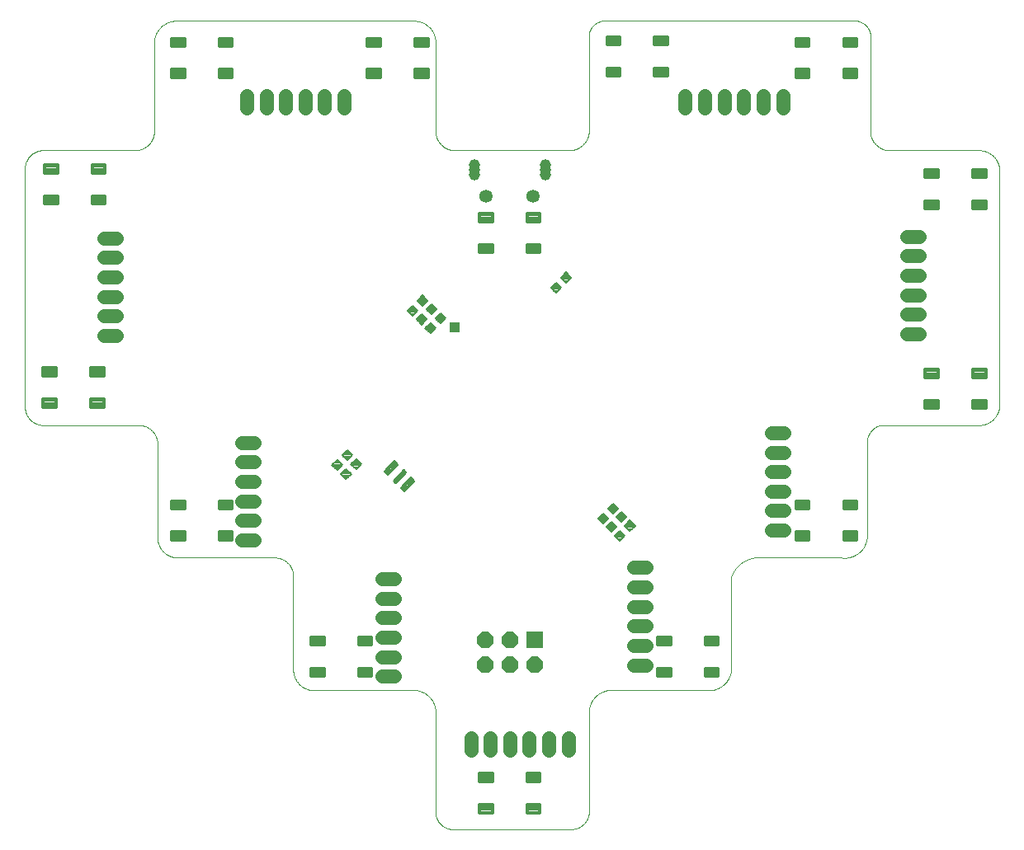
<source format=gbs>
G75*
%MOIN*%
%OFA0B0*%
%FSLAX25Y25*%
%IPPOS*%
%LPD*%
%AMOC8*
5,1,8,0,0,1.08239X$1,22.5*
%
%ADD10C,0.00394*%
%ADD11R,0.06600X0.06600*%
%ADD12OC8,0.06600*%
%ADD13C,0.01481*%
%ADD14C,0.01087*%
%ADD15C,0.00720*%
%ADD16C,0.01361*%
%ADD17C,0.05600*%
%ADD18C,0.05324*%
%ADD19C,0.04600*%
%ADD20R,0.04362X0.04362*%
D10*
X0116898Y0072600D02*
X0116898Y0110443D01*
X0116898Y0110442D02*
X0116906Y0110622D01*
X0116911Y0110802D01*
X0116910Y0110982D01*
X0116906Y0111162D01*
X0116897Y0111342D01*
X0116884Y0111521D01*
X0116866Y0111700D01*
X0116844Y0111879D01*
X0116818Y0112057D01*
X0116787Y0112234D01*
X0116753Y0112411D01*
X0116714Y0112587D01*
X0116670Y0112761D01*
X0116623Y0112935D01*
X0116571Y0113107D01*
X0116515Y0113278D01*
X0116455Y0113448D01*
X0116391Y0113616D01*
X0116323Y0113783D01*
X0116251Y0113948D01*
X0116175Y0114111D01*
X0116095Y0114272D01*
X0116011Y0114431D01*
X0115924Y0114588D01*
X0115832Y0114743D01*
X0115737Y0114896D01*
X0115638Y0115047D01*
X0115536Y0115195D01*
X0115430Y0115340D01*
X0115321Y0115483D01*
X0115208Y0115623D01*
X0115091Y0115760D01*
X0114972Y0115895D01*
X0114849Y0116027D01*
X0114723Y0116155D01*
X0114594Y0116281D01*
X0114462Y0116403D01*
X0114328Y0116522D01*
X0114190Y0116638D01*
X0114050Y0116751D01*
X0113906Y0116860D01*
X0113761Y0116965D01*
X0113612Y0117068D01*
X0113462Y0117166D01*
X0113309Y0117261D01*
X0113154Y0117352D01*
X0112996Y0117439D01*
X0112837Y0117522D01*
X0112675Y0117602D01*
X0112512Y0117678D01*
X0112347Y0117749D01*
X0112180Y0117817D01*
X0112012Y0117881D01*
X0111842Y0117940D01*
X0111671Y0117996D01*
X0111498Y0118047D01*
X0111325Y0118094D01*
X0111150Y0118137D01*
X0110974Y0118175D01*
X0110797Y0118210D01*
X0110620Y0118240D01*
X0110442Y0118266D01*
X0110263Y0118287D01*
X0110084Y0118304D01*
X0109905Y0118317D01*
X0070535Y0118317D01*
X0070534Y0118317D02*
X0070334Y0118312D01*
X0070133Y0118312D01*
X0069932Y0118316D01*
X0069731Y0118326D01*
X0069531Y0118341D01*
X0069331Y0118361D01*
X0069132Y0118385D01*
X0068933Y0118415D01*
X0068735Y0118449D01*
X0068538Y0118488D01*
X0068342Y0118532D01*
X0068148Y0118581D01*
X0067954Y0118634D01*
X0067762Y0118692D01*
X0067571Y0118755D01*
X0067382Y0118823D01*
X0067195Y0118895D01*
X0067009Y0118972D01*
X0066825Y0119053D01*
X0066644Y0119139D01*
X0066464Y0119229D01*
X0066287Y0119324D01*
X0066112Y0119423D01*
X0065940Y0119526D01*
X0065770Y0119634D01*
X0065603Y0119745D01*
X0065439Y0119861D01*
X0065278Y0119980D01*
X0065119Y0120104D01*
X0064964Y0120231D01*
X0064812Y0120362D01*
X0064663Y0120497D01*
X0064518Y0120636D01*
X0064376Y0120778D01*
X0064237Y0120923D01*
X0064102Y0121072D01*
X0063971Y0121224D01*
X0063844Y0121379D01*
X0063720Y0121537D01*
X0063600Y0121699D01*
X0063485Y0121863D01*
X0063373Y0122030D01*
X0063266Y0122199D01*
X0063162Y0122372D01*
X0063063Y0122546D01*
X0062968Y0122723D01*
X0062878Y0122903D01*
X0062792Y0123084D01*
X0062711Y0123268D01*
X0062634Y0123453D01*
X0062562Y0123641D01*
X0062494Y0123830D01*
X0062431Y0124021D01*
X0062372Y0124213D01*
X0062319Y0124406D01*
X0062270Y0124601D01*
X0062226Y0124797D01*
X0062187Y0124994D01*
X0062152Y0125192D01*
X0062123Y0125391D01*
X0062098Y0125590D01*
X0062078Y0125790D01*
X0062064Y0125990D01*
X0062054Y0126191D01*
X0062054Y0164033D01*
X0062054Y0164034D02*
X0062059Y0164217D01*
X0062060Y0164400D01*
X0062056Y0164583D01*
X0062048Y0164766D01*
X0062035Y0164948D01*
X0062018Y0165131D01*
X0061997Y0165313D01*
X0061971Y0165494D01*
X0061941Y0165674D01*
X0061907Y0165854D01*
X0061868Y0166033D01*
X0061825Y0166211D01*
X0061777Y0166388D01*
X0061725Y0166564D01*
X0061670Y0166738D01*
X0061609Y0166911D01*
X0061545Y0167082D01*
X0061477Y0167252D01*
X0061404Y0167420D01*
X0061328Y0167587D01*
X0061247Y0167751D01*
X0061163Y0167914D01*
X0061074Y0168074D01*
X0060982Y0168232D01*
X0060886Y0168388D01*
X0060786Y0168542D01*
X0060683Y0168693D01*
X0060576Y0168841D01*
X0060465Y0168987D01*
X0060351Y0169130D01*
X0060234Y0169271D01*
X0060113Y0169408D01*
X0059988Y0169543D01*
X0059861Y0169674D01*
X0059731Y0169803D01*
X0059597Y0169928D01*
X0059460Y0170050D01*
X0059321Y0170168D01*
X0059179Y0170284D01*
X0059033Y0170395D01*
X0058886Y0170504D01*
X0058735Y0170608D01*
X0058583Y0170709D01*
X0058427Y0170806D01*
X0058270Y0170900D01*
X0058110Y0170989D01*
X0057949Y0171075D01*
X0057785Y0171157D01*
X0057619Y0171235D01*
X0057451Y0171308D01*
X0057282Y0171378D01*
X0057111Y0171444D01*
X0056939Y0171505D01*
X0056765Y0171562D01*
X0056589Y0171615D01*
X0056413Y0171664D01*
X0056235Y0171709D01*
X0056057Y0171749D01*
X0055877Y0171785D01*
X0055697Y0171816D01*
X0055516Y0171843D01*
X0055334Y0171866D01*
X0055152Y0171884D01*
X0054969Y0171898D01*
X0054786Y0171908D01*
X0054787Y0171907D02*
X0015417Y0171907D01*
X0015416Y0171908D02*
X0015235Y0171922D01*
X0015054Y0171941D01*
X0014874Y0171964D01*
X0014695Y0171991D01*
X0014516Y0172023D01*
X0014338Y0172059D01*
X0014161Y0172100D01*
X0013985Y0172145D01*
X0013810Y0172194D01*
X0013636Y0172248D01*
X0013464Y0172305D01*
X0013293Y0172367D01*
X0013124Y0172433D01*
X0012956Y0172504D01*
X0012790Y0172578D01*
X0012627Y0172657D01*
X0012465Y0172739D01*
X0012305Y0172825D01*
X0012147Y0172916D01*
X0011992Y0173010D01*
X0011839Y0173108D01*
X0011688Y0173209D01*
X0011540Y0173314D01*
X0011394Y0173423D01*
X0011252Y0173536D01*
X0011112Y0173652D01*
X0010975Y0173771D01*
X0010841Y0173893D01*
X0010710Y0174019D01*
X0010582Y0174148D01*
X0010457Y0174281D01*
X0010336Y0174416D01*
X0010217Y0174554D01*
X0010103Y0174695D01*
X0009992Y0174838D01*
X0009884Y0174985D01*
X0009780Y0175134D01*
X0009680Y0175285D01*
X0009583Y0175439D01*
X0009491Y0175596D01*
X0009402Y0175754D01*
X0009317Y0175915D01*
X0009236Y0176077D01*
X0009159Y0176242D01*
X0009086Y0176408D01*
X0009017Y0176577D01*
X0008953Y0176746D01*
X0008892Y0176918D01*
X0008836Y0177090D01*
X0008784Y0177265D01*
X0008736Y0177440D01*
X0008693Y0177616D01*
X0008654Y0177794D01*
X0008619Y0177972D01*
X0008589Y0178151D01*
X0008563Y0178331D01*
X0008542Y0178512D01*
X0008525Y0178692D01*
X0008512Y0178874D01*
X0008504Y0179055D01*
X0008500Y0179237D01*
X0008501Y0179419D01*
X0008506Y0179600D01*
X0008516Y0179782D01*
X0008516Y0179781D02*
X0008516Y0275136D01*
X0008516Y0275135D02*
X0008506Y0275314D01*
X0008501Y0275493D01*
X0008500Y0275672D01*
X0008504Y0275851D01*
X0008511Y0276029D01*
X0008523Y0276208D01*
X0008540Y0276386D01*
X0008560Y0276564D01*
X0008585Y0276741D01*
X0008614Y0276917D01*
X0008648Y0277093D01*
X0008685Y0277268D01*
X0008727Y0277442D01*
X0008773Y0277615D01*
X0008823Y0277786D01*
X0008878Y0277957D01*
X0008936Y0278126D01*
X0008999Y0278294D01*
X0009065Y0278460D01*
X0009136Y0278624D01*
X0009211Y0278787D01*
X0009289Y0278947D01*
X0009371Y0279106D01*
X0009457Y0279263D01*
X0009547Y0279418D01*
X0009641Y0279570D01*
X0009738Y0279720D01*
X0009839Y0279868D01*
X0009943Y0280014D01*
X0010051Y0280156D01*
X0010162Y0280296D01*
X0010277Y0280434D01*
X0010395Y0280568D01*
X0010516Y0280700D01*
X0010640Y0280829D01*
X0010768Y0280954D01*
X0010898Y0281077D01*
X0011031Y0281196D01*
X0011167Y0281312D01*
X0011306Y0281425D01*
X0011448Y0281534D01*
X0011592Y0281640D01*
X0011739Y0281743D01*
X0011888Y0281841D01*
X0012039Y0281937D01*
X0012193Y0282028D01*
X0012349Y0282116D01*
X0012507Y0282200D01*
X0012667Y0282280D01*
X0012829Y0282356D01*
X0012992Y0282429D01*
X0013157Y0282497D01*
X0013324Y0282561D01*
X0013493Y0282622D01*
X0013663Y0282678D01*
X0013834Y0282730D01*
X0014006Y0282778D01*
X0014180Y0282822D01*
X0014354Y0282861D01*
X0014530Y0282896D01*
X0014706Y0282928D01*
X0014883Y0282954D01*
X0015060Y0282977D01*
X0015238Y0282995D01*
X0015416Y0283009D01*
X0015417Y0283010D02*
X0052874Y0283010D01*
X0052875Y0283009D02*
X0053065Y0283011D01*
X0053255Y0283018D01*
X0053444Y0283029D01*
X0053634Y0283045D01*
X0053823Y0283065D01*
X0054011Y0283090D01*
X0054199Y0283120D01*
X0054386Y0283154D01*
X0054572Y0283192D01*
X0054757Y0283235D01*
X0054941Y0283283D01*
X0055124Y0283335D01*
X0055306Y0283391D01*
X0055486Y0283452D01*
X0055664Y0283517D01*
X0055841Y0283586D01*
X0056016Y0283660D01*
X0056190Y0283738D01*
X0056361Y0283819D01*
X0056531Y0283906D01*
X0056698Y0283996D01*
X0056863Y0284090D01*
X0057026Y0284188D01*
X0057186Y0284290D01*
X0057344Y0284396D01*
X0057499Y0284506D01*
X0057652Y0284619D01*
X0057802Y0284736D01*
X0057949Y0284857D01*
X0058092Y0284981D01*
X0058233Y0285108D01*
X0058371Y0285239D01*
X0058506Y0285374D01*
X0058637Y0285511D01*
X0058765Y0285652D01*
X0058889Y0285795D01*
X0059010Y0285942D01*
X0059128Y0286091D01*
X0059241Y0286244D01*
X0059351Y0286398D01*
X0059458Y0286556D01*
X0059560Y0286716D01*
X0059659Y0286879D01*
X0059753Y0287044D01*
X0059844Y0287211D01*
X0059930Y0287380D01*
X0060013Y0287551D01*
X0060091Y0287724D01*
X0060165Y0287900D01*
X0060235Y0288076D01*
X0060300Y0288255D01*
X0060361Y0288435D01*
X0060418Y0288616D01*
X0060470Y0288799D01*
X0060518Y0288983D01*
X0060562Y0289168D01*
X0060601Y0289354D01*
X0060635Y0289541D01*
X0060665Y0289728D01*
X0060691Y0289917D01*
X0060711Y0290106D01*
X0060728Y0290295D01*
X0060739Y0290485D01*
X0060746Y0290675D01*
X0060749Y0290865D01*
X0060748Y0290865D02*
X0060748Y0327419D01*
X0060749Y0327419D02*
X0060774Y0327632D01*
X0060805Y0327845D01*
X0060841Y0328056D01*
X0060882Y0328267D01*
X0060928Y0328477D01*
X0060979Y0328685D01*
X0061036Y0328892D01*
X0061097Y0329098D01*
X0061163Y0329302D01*
X0061234Y0329505D01*
X0061310Y0329706D01*
X0061391Y0329904D01*
X0061476Y0330101D01*
X0061567Y0330296D01*
X0061662Y0330488D01*
X0061761Y0330679D01*
X0061865Y0330866D01*
X0061974Y0331051D01*
X0062087Y0331234D01*
X0062205Y0331413D01*
X0062326Y0331590D01*
X0062452Y0331764D01*
X0062582Y0331935D01*
X0062717Y0332102D01*
X0062855Y0332266D01*
X0062997Y0332427D01*
X0063143Y0332584D01*
X0063293Y0332738D01*
X0063446Y0332888D01*
X0063604Y0333034D01*
X0063764Y0333177D01*
X0063928Y0333315D01*
X0064095Y0333450D01*
X0064266Y0333580D01*
X0064439Y0333707D01*
X0064616Y0333829D01*
X0064795Y0333947D01*
X0064977Y0334060D01*
X0065162Y0334169D01*
X0065350Y0334273D01*
X0065540Y0334373D01*
X0065732Y0334469D01*
X0065927Y0334559D01*
X0066123Y0334645D01*
X0066322Y0334726D01*
X0066523Y0334803D01*
X0066725Y0334874D01*
X0066929Y0334941D01*
X0067135Y0335002D01*
X0067342Y0335059D01*
X0067550Y0335110D01*
X0067760Y0335157D01*
X0067970Y0335198D01*
X0068182Y0335234D01*
X0068394Y0335266D01*
X0068607Y0335292D01*
X0068821Y0335313D01*
X0069035Y0335328D01*
X0069249Y0335339D01*
X0069464Y0335344D01*
X0069679Y0335344D01*
X0069893Y0335339D01*
X0070108Y0335329D01*
X0070322Y0335314D01*
X0070535Y0335293D01*
X0165023Y0335293D01*
X0174353Y0327419D02*
X0174353Y0290884D01*
X0174355Y0290693D01*
X0174362Y0290503D01*
X0174374Y0290312D01*
X0174390Y0290122D01*
X0174411Y0289933D01*
X0174436Y0289744D01*
X0174466Y0289555D01*
X0174500Y0289368D01*
X0174539Y0289181D01*
X0174582Y0288995D01*
X0174630Y0288810D01*
X0174683Y0288627D01*
X0174739Y0288445D01*
X0174800Y0288264D01*
X0174866Y0288085D01*
X0174936Y0287908D01*
X0175010Y0287732D01*
X0175088Y0287558D01*
X0175171Y0287386D01*
X0175257Y0287216D01*
X0175348Y0287048D01*
X0175442Y0286883D01*
X0175541Y0286719D01*
X0175644Y0286559D01*
X0175750Y0286400D01*
X0175860Y0286245D01*
X0175974Y0286092D01*
X0176092Y0285942D01*
X0176213Y0285794D01*
X0176338Y0285650D01*
X0176466Y0285509D01*
X0176598Y0285371D01*
X0176733Y0285236D01*
X0176871Y0285104D01*
X0177012Y0284976D01*
X0177156Y0284851D01*
X0177304Y0284730D01*
X0177454Y0284612D01*
X0177607Y0284498D01*
X0177762Y0284388D01*
X0177921Y0284282D01*
X0178081Y0284179D01*
X0178245Y0284080D01*
X0178410Y0283986D01*
X0178578Y0283895D01*
X0178748Y0283809D01*
X0178920Y0283726D01*
X0179094Y0283648D01*
X0179270Y0283574D01*
X0179447Y0283504D01*
X0179626Y0283438D01*
X0179807Y0283377D01*
X0179989Y0283321D01*
X0180172Y0283268D01*
X0180357Y0283220D01*
X0180543Y0283177D01*
X0180730Y0283138D01*
X0180917Y0283104D01*
X0181106Y0283074D01*
X0181295Y0283049D01*
X0181484Y0283028D01*
X0181674Y0283012D01*
X0181865Y0283000D01*
X0182055Y0282993D01*
X0182246Y0282991D01*
X0228015Y0282991D01*
X0228015Y0282990D02*
X0228215Y0282987D01*
X0228414Y0282989D01*
X0228614Y0282995D01*
X0228813Y0283006D01*
X0229012Y0283023D01*
X0229211Y0283044D01*
X0229408Y0283070D01*
X0229606Y0283101D01*
X0229802Y0283136D01*
X0229997Y0283177D01*
X0230192Y0283222D01*
X0230385Y0283272D01*
X0230577Y0283327D01*
X0230767Y0283386D01*
X0230956Y0283450D01*
X0231144Y0283519D01*
X0231330Y0283592D01*
X0231513Y0283670D01*
X0231695Y0283752D01*
X0231875Y0283839D01*
X0232052Y0283930D01*
X0232228Y0284026D01*
X0232401Y0284125D01*
X0232571Y0284229D01*
X0232739Y0284337D01*
X0232904Y0284450D01*
X0233066Y0284566D01*
X0233225Y0284686D01*
X0233382Y0284810D01*
X0233535Y0284938D01*
X0233685Y0285069D01*
X0233832Y0285205D01*
X0233976Y0285343D01*
X0234116Y0285486D01*
X0234252Y0285631D01*
X0234385Y0285780D01*
X0234514Y0285932D01*
X0234640Y0286087D01*
X0234761Y0286246D01*
X0234879Y0286407D01*
X0234992Y0286571D01*
X0235102Y0286738D01*
X0235207Y0286907D01*
X0235309Y0287079D01*
X0235406Y0287254D01*
X0235498Y0287430D01*
X0235587Y0287609D01*
X0235671Y0287791D01*
X0235750Y0287974D01*
X0235825Y0288159D01*
X0235895Y0288345D01*
X0235961Y0288534D01*
X0236022Y0288724D01*
X0236079Y0288915D01*
X0236130Y0289108D01*
X0236177Y0289302D01*
X0236220Y0289497D01*
X0236257Y0289693D01*
X0236290Y0289890D01*
X0236317Y0290088D01*
X0236340Y0290286D01*
X0236358Y0290485D01*
X0236371Y0290684D01*
X0236380Y0290883D01*
X0236379Y0290884D02*
X0236379Y0330235D01*
X0236414Y0330391D01*
X0236454Y0330546D01*
X0236498Y0330700D01*
X0236545Y0330853D01*
X0236595Y0331004D01*
X0236650Y0331155D01*
X0236708Y0331304D01*
X0236770Y0331451D01*
X0236835Y0331597D01*
X0236903Y0331742D01*
X0236976Y0331884D01*
X0237051Y0332025D01*
X0237130Y0332164D01*
X0237212Y0332302D01*
X0237298Y0332437D01*
X0237387Y0332570D01*
X0237479Y0332700D01*
X0237574Y0332829D01*
X0237672Y0332955D01*
X0237774Y0333079D01*
X0237878Y0333200D01*
X0237985Y0333319D01*
X0238095Y0333435D01*
X0238208Y0333549D01*
X0238323Y0333659D01*
X0238441Y0333767D01*
X0238562Y0333872D01*
X0238685Y0333974D01*
X0238811Y0334073D01*
X0238939Y0334169D01*
X0239069Y0334262D01*
X0239201Y0334352D01*
X0239336Y0334438D01*
X0239472Y0334521D01*
X0239611Y0334601D01*
X0239751Y0334677D01*
X0239894Y0334750D01*
X0240038Y0334820D01*
X0240183Y0334886D01*
X0240331Y0334949D01*
X0240479Y0335008D01*
X0240629Y0335063D01*
X0240781Y0335115D01*
X0240933Y0335163D01*
X0241087Y0335207D01*
X0241241Y0335248D01*
X0241397Y0335285D01*
X0241553Y0335318D01*
X0241711Y0335347D01*
X0241869Y0335373D01*
X0242027Y0335394D01*
X0242186Y0335412D01*
X0242345Y0335426D01*
X0242505Y0335436D01*
X0242665Y0335443D01*
X0242825Y0335445D01*
X0242985Y0335444D01*
X0243144Y0335438D01*
X0243304Y0335429D01*
X0243463Y0335416D01*
X0243622Y0335399D01*
X0243781Y0335378D01*
X0243939Y0335354D01*
X0244096Y0335326D01*
X0244253Y0335293D01*
X0342110Y0335293D01*
X0342267Y0335326D01*
X0342424Y0335354D01*
X0342582Y0335378D01*
X0342741Y0335399D01*
X0342900Y0335416D01*
X0343059Y0335429D01*
X0343219Y0335438D01*
X0343378Y0335444D01*
X0343538Y0335445D01*
X0343698Y0335443D01*
X0343858Y0335436D01*
X0344018Y0335426D01*
X0344177Y0335412D01*
X0344336Y0335394D01*
X0344494Y0335373D01*
X0344652Y0335347D01*
X0344810Y0335318D01*
X0344966Y0335285D01*
X0345122Y0335248D01*
X0345276Y0335207D01*
X0345430Y0335163D01*
X0345582Y0335115D01*
X0345734Y0335063D01*
X0345884Y0335008D01*
X0346032Y0334949D01*
X0346180Y0334886D01*
X0346325Y0334820D01*
X0346469Y0334750D01*
X0346612Y0334677D01*
X0346752Y0334601D01*
X0346891Y0334521D01*
X0347027Y0334438D01*
X0347162Y0334352D01*
X0347294Y0334262D01*
X0347424Y0334169D01*
X0347552Y0334073D01*
X0347678Y0333974D01*
X0347801Y0333872D01*
X0347922Y0333767D01*
X0348040Y0333659D01*
X0348155Y0333549D01*
X0348268Y0333435D01*
X0348378Y0333319D01*
X0348485Y0333200D01*
X0348589Y0333079D01*
X0348691Y0332955D01*
X0348789Y0332829D01*
X0348884Y0332700D01*
X0348976Y0332570D01*
X0349065Y0332437D01*
X0349151Y0332302D01*
X0349233Y0332164D01*
X0349312Y0332025D01*
X0349387Y0331884D01*
X0349460Y0331742D01*
X0349528Y0331597D01*
X0349593Y0331451D01*
X0349655Y0331304D01*
X0349713Y0331155D01*
X0349768Y0331004D01*
X0349818Y0330853D01*
X0349865Y0330700D01*
X0349909Y0330546D01*
X0349949Y0330391D01*
X0349984Y0330235D01*
X0349984Y0290865D01*
X0349987Y0290675D01*
X0349994Y0290485D01*
X0350005Y0290295D01*
X0350022Y0290106D01*
X0350042Y0289917D01*
X0350068Y0289728D01*
X0350098Y0289541D01*
X0350132Y0289354D01*
X0350171Y0289168D01*
X0350215Y0288983D01*
X0350263Y0288799D01*
X0350315Y0288616D01*
X0350372Y0288435D01*
X0350433Y0288255D01*
X0350498Y0288076D01*
X0350568Y0287900D01*
X0350642Y0287724D01*
X0350720Y0287551D01*
X0350803Y0287380D01*
X0350889Y0287211D01*
X0350980Y0287044D01*
X0351074Y0286879D01*
X0351173Y0286716D01*
X0351275Y0286556D01*
X0351382Y0286398D01*
X0351492Y0286244D01*
X0351605Y0286091D01*
X0351723Y0285942D01*
X0351844Y0285795D01*
X0351968Y0285652D01*
X0352096Y0285511D01*
X0352227Y0285374D01*
X0352362Y0285239D01*
X0352500Y0285108D01*
X0352641Y0284981D01*
X0352784Y0284857D01*
X0352931Y0284736D01*
X0353081Y0284619D01*
X0353234Y0284506D01*
X0353389Y0284396D01*
X0353547Y0284290D01*
X0353707Y0284188D01*
X0353870Y0284090D01*
X0354035Y0283996D01*
X0354202Y0283906D01*
X0354372Y0283819D01*
X0354543Y0283738D01*
X0354717Y0283660D01*
X0354892Y0283586D01*
X0355069Y0283517D01*
X0355247Y0283452D01*
X0355427Y0283391D01*
X0355609Y0283335D01*
X0355792Y0283283D01*
X0355976Y0283235D01*
X0356161Y0283192D01*
X0356347Y0283154D01*
X0356534Y0283120D01*
X0356722Y0283090D01*
X0356910Y0283065D01*
X0357099Y0283045D01*
X0357289Y0283029D01*
X0357478Y0283018D01*
X0357668Y0283011D01*
X0357858Y0283009D01*
X0357858Y0283010D02*
X0393369Y0283010D01*
X0393572Y0283019D01*
X0393774Y0283024D01*
X0393976Y0283023D01*
X0394179Y0283018D01*
X0394381Y0283008D01*
X0394582Y0282992D01*
X0394784Y0282972D01*
X0394985Y0282948D01*
X0395185Y0282918D01*
X0395384Y0282883D01*
X0395583Y0282844D01*
X0395780Y0282800D01*
X0395977Y0282751D01*
X0396172Y0282697D01*
X0396366Y0282639D01*
X0396558Y0282576D01*
X0396749Y0282509D01*
X0396938Y0282436D01*
X0397125Y0282360D01*
X0397311Y0282278D01*
X0397494Y0282193D01*
X0397675Y0282103D01*
X0397854Y0282008D01*
X0398031Y0281909D01*
X0398205Y0281806D01*
X0398377Y0281699D01*
X0398546Y0281588D01*
X0398712Y0281472D01*
X0398875Y0281353D01*
X0399036Y0281230D01*
X0399194Y0281103D01*
X0399348Y0280972D01*
X0399499Y0280837D01*
X0399647Y0280699D01*
X0399791Y0280558D01*
X0399933Y0280412D01*
X0400070Y0280264D01*
X0400204Y0280112D01*
X0400334Y0279957D01*
X0400460Y0279799D01*
X0400583Y0279638D01*
X0400701Y0279474D01*
X0400816Y0279307D01*
X0400927Y0279138D01*
X0401033Y0278965D01*
X0401135Y0278791D01*
X0401233Y0278614D01*
X0401327Y0278434D01*
X0401416Y0278253D01*
X0401501Y0278069D01*
X0401581Y0277883D01*
X0401657Y0277695D01*
X0401729Y0277506D01*
X0401795Y0277315D01*
X0401857Y0277122D01*
X0401915Y0276928D01*
X0401968Y0276733D01*
X0402016Y0276536D01*
X0402059Y0276339D01*
X0402097Y0276140D01*
X0402131Y0275940D01*
X0402160Y0275740D01*
X0402184Y0275539D01*
X0402203Y0275338D01*
X0402217Y0275136D01*
X0402217Y0179781D01*
X0402203Y0179579D01*
X0402184Y0179378D01*
X0402160Y0179177D01*
X0402131Y0178977D01*
X0402097Y0178777D01*
X0402059Y0178578D01*
X0402016Y0178381D01*
X0401968Y0178184D01*
X0401915Y0177989D01*
X0401857Y0177795D01*
X0401795Y0177602D01*
X0401729Y0177411D01*
X0401657Y0177222D01*
X0401581Y0177034D01*
X0401501Y0176848D01*
X0401416Y0176664D01*
X0401327Y0176483D01*
X0401233Y0176303D01*
X0401135Y0176126D01*
X0401033Y0175952D01*
X0400927Y0175779D01*
X0400816Y0175610D01*
X0400701Y0175443D01*
X0400583Y0175279D01*
X0400460Y0175118D01*
X0400334Y0174960D01*
X0400204Y0174805D01*
X0400070Y0174653D01*
X0399933Y0174505D01*
X0399791Y0174359D01*
X0399647Y0174218D01*
X0399499Y0174080D01*
X0399348Y0173945D01*
X0399194Y0173814D01*
X0399036Y0173687D01*
X0398875Y0173564D01*
X0398712Y0173445D01*
X0398546Y0173329D01*
X0398377Y0173218D01*
X0398205Y0173111D01*
X0398031Y0173008D01*
X0397854Y0172909D01*
X0397675Y0172814D01*
X0397494Y0172724D01*
X0397311Y0172639D01*
X0397125Y0172557D01*
X0396938Y0172481D01*
X0396749Y0172408D01*
X0396558Y0172341D01*
X0396366Y0172278D01*
X0396172Y0172220D01*
X0395977Y0172166D01*
X0395780Y0172117D01*
X0395583Y0172073D01*
X0395384Y0172034D01*
X0395185Y0171999D01*
X0394985Y0171969D01*
X0394784Y0171945D01*
X0394582Y0171925D01*
X0394381Y0171909D01*
X0394179Y0171899D01*
X0393976Y0171894D01*
X0393774Y0171893D01*
X0393572Y0171898D01*
X0393369Y0171907D01*
X0353999Y0171907D01*
X0353826Y0171855D01*
X0353654Y0171799D01*
X0353483Y0171739D01*
X0353314Y0171675D01*
X0353146Y0171606D01*
X0352981Y0171533D01*
X0352817Y0171456D01*
X0352654Y0171376D01*
X0352494Y0171291D01*
X0352336Y0171203D01*
X0352181Y0171110D01*
X0352027Y0171014D01*
X0351876Y0170914D01*
X0351728Y0170810D01*
X0351582Y0170703D01*
X0351439Y0170592D01*
X0351298Y0170478D01*
X0351161Y0170361D01*
X0351026Y0170240D01*
X0350894Y0170115D01*
X0350765Y0169988D01*
X0350640Y0169857D01*
X0350518Y0169724D01*
X0350399Y0169587D01*
X0350283Y0169448D01*
X0350171Y0169306D01*
X0350062Y0169161D01*
X0349957Y0169013D01*
X0349856Y0168863D01*
X0349758Y0168711D01*
X0349664Y0168556D01*
X0349574Y0168399D01*
X0349488Y0168240D01*
X0349406Y0168079D01*
X0349328Y0167915D01*
X0349253Y0167750D01*
X0349183Y0167583D01*
X0349117Y0167415D01*
X0349055Y0167245D01*
X0348997Y0167073D01*
X0348944Y0166900D01*
X0348894Y0166726D01*
X0348849Y0166550D01*
X0348809Y0166374D01*
X0348772Y0166197D01*
X0348740Y0166018D01*
X0348712Y0165839D01*
X0348689Y0165660D01*
X0348670Y0165480D01*
X0348656Y0165299D01*
X0348646Y0165118D01*
X0348640Y0164937D01*
X0348639Y0164756D01*
X0348642Y0164575D01*
X0348650Y0164394D01*
X0348662Y0164214D01*
X0348679Y0164034D01*
X0348679Y0164033D02*
X0348679Y0126191D01*
X0348678Y0126190D02*
X0348645Y0125970D01*
X0348606Y0125750D01*
X0348562Y0125531D01*
X0348512Y0125313D01*
X0348458Y0125097D01*
X0348398Y0124882D01*
X0348333Y0124668D01*
X0348263Y0124456D01*
X0348187Y0124246D01*
X0348107Y0124038D01*
X0348022Y0123831D01*
X0347931Y0123627D01*
X0347836Y0123425D01*
X0347736Y0123226D01*
X0347631Y0123029D01*
X0347521Y0122834D01*
X0347407Y0122642D01*
X0347288Y0122453D01*
X0347165Y0122267D01*
X0347037Y0122084D01*
X0346905Y0121904D01*
X0346768Y0121728D01*
X0346627Y0121554D01*
X0346482Y0121385D01*
X0346333Y0121218D01*
X0346180Y0121056D01*
X0346024Y0120897D01*
X0345863Y0120742D01*
X0345699Y0120591D01*
X0345531Y0120444D01*
X0345359Y0120301D01*
X0345184Y0120162D01*
X0345006Y0120027D01*
X0344825Y0119897D01*
X0344640Y0119771D01*
X0344453Y0119650D01*
X0344263Y0119533D01*
X0344069Y0119421D01*
X0343874Y0119314D01*
X0343675Y0119211D01*
X0343475Y0119113D01*
X0343272Y0119020D01*
X0343066Y0118932D01*
X0342859Y0118849D01*
X0342650Y0118771D01*
X0342439Y0118699D01*
X0342226Y0118631D01*
X0342012Y0118568D01*
X0341796Y0118511D01*
X0341579Y0118459D01*
X0341361Y0118412D01*
X0341142Y0118370D01*
X0340921Y0118334D01*
X0340700Y0118303D01*
X0340478Y0118277D01*
X0340256Y0118257D01*
X0340033Y0118242D01*
X0339810Y0118232D01*
X0339587Y0118228D01*
X0339364Y0118229D01*
X0339141Y0118236D01*
X0338918Y0118248D01*
X0338695Y0118266D01*
X0338473Y0118288D01*
X0338251Y0118317D01*
X0306755Y0118317D01*
X0306470Y0118357D01*
X0306183Y0118390D01*
X0305896Y0118416D01*
X0305609Y0118435D01*
X0305320Y0118446D01*
X0305032Y0118451D01*
X0304744Y0118448D01*
X0304456Y0118439D01*
X0304168Y0118422D01*
X0303881Y0118399D01*
X0303594Y0118368D01*
X0303308Y0118331D01*
X0303023Y0118286D01*
X0302740Y0118234D01*
X0302457Y0118176D01*
X0302176Y0118111D01*
X0301897Y0118038D01*
X0301620Y0117959D01*
X0301345Y0117873D01*
X0301072Y0117781D01*
X0300801Y0117682D01*
X0300533Y0117576D01*
X0300267Y0117463D01*
X0300005Y0117344D01*
X0299745Y0117219D01*
X0299489Y0117088D01*
X0299235Y0116950D01*
X0298985Y0116806D01*
X0298739Y0116656D01*
X0298497Y0116500D01*
X0298258Y0116338D01*
X0298024Y0116170D01*
X0297793Y0115997D01*
X0297567Y0115818D01*
X0297346Y0115633D01*
X0297129Y0115444D01*
X0296917Y0115248D01*
X0296709Y0115048D01*
X0296507Y0114843D01*
X0296309Y0114633D01*
X0296117Y0114418D01*
X0295930Y0114198D01*
X0295749Y0113974D01*
X0295573Y0113746D01*
X0295403Y0113513D01*
X0295238Y0113276D01*
X0295080Y0113036D01*
X0294927Y0112791D01*
X0294780Y0112543D01*
X0294640Y0112291D01*
X0294506Y0112036D01*
X0294378Y0111778D01*
X0294256Y0111516D01*
X0294141Y0111252D01*
X0294032Y0110985D01*
X0293930Y0110715D01*
X0293834Y0110443D01*
X0293835Y0110443D02*
X0293835Y0072600D01*
X0293798Y0072376D01*
X0293756Y0072153D01*
X0293708Y0071931D01*
X0293655Y0071710D01*
X0293597Y0071491D01*
X0293533Y0071273D01*
X0293464Y0071057D01*
X0293390Y0070842D01*
X0293311Y0070629D01*
X0293227Y0070419D01*
X0293137Y0070210D01*
X0293043Y0070003D01*
X0292944Y0069799D01*
X0292839Y0069598D01*
X0292730Y0069399D01*
X0292616Y0069202D01*
X0292498Y0069009D01*
X0292374Y0068818D01*
X0292246Y0068630D01*
X0292114Y0068446D01*
X0291977Y0068265D01*
X0291836Y0068087D01*
X0291691Y0067912D01*
X0291541Y0067741D01*
X0291388Y0067574D01*
X0291230Y0067411D01*
X0291069Y0067251D01*
X0290903Y0067096D01*
X0290734Y0066944D01*
X0290562Y0066797D01*
X0290386Y0066653D01*
X0290206Y0066515D01*
X0290023Y0066380D01*
X0289837Y0066250D01*
X0289648Y0066124D01*
X0289456Y0066003D01*
X0289261Y0065887D01*
X0289063Y0065776D01*
X0288863Y0065669D01*
X0288660Y0065567D01*
X0288454Y0065470D01*
X0288247Y0065378D01*
X0288037Y0065291D01*
X0287825Y0065209D01*
X0287612Y0065133D01*
X0287396Y0065061D01*
X0287179Y0064995D01*
X0286960Y0064934D01*
X0286740Y0064879D01*
X0286519Y0064828D01*
X0286296Y0064783D01*
X0286073Y0064744D01*
X0285848Y0064710D01*
X0285623Y0064681D01*
X0285397Y0064658D01*
X0285171Y0064640D01*
X0284944Y0064627D01*
X0284717Y0064621D01*
X0284490Y0064619D01*
X0284263Y0064623D01*
X0284036Y0064633D01*
X0283810Y0064648D01*
X0283584Y0064669D01*
X0283358Y0064695D01*
X0283133Y0064726D01*
X0244253Y0064726D01*
X0244253Y0064725D02*
X0244037Y0064696D01*
X0243821Y0064662D01*
X0243606Y0064622D01*
X0243392Y0064577D01*
X0243179Y0064527D01*
X0242968Y0064472D01*
X0242758Y0064411D01*
X0242549Y0064346D01*
X0242342Y0064276D01*
X0242137Y0064200D01*
X0241934Y0064120D01*
X0241732Y0064035D01*
X0241533Y0063945D01*
X0241336Y0063850D01*
X0241142Y0063751D01*
X0240949Y0063646D01*
X0240760Y0063538D01*
X0240573Y0063424D01*
X0240389Y0063306D01*
X0240208Y0063184D01*
X0240030Y0063058D01*
X0239854Y0062927D01*
X0239683Y0062792D01*
X0239514Y0062652D01*
X0239349Y0062509D01*
X0239187Y0062362D01*
X0239029Y0062211D01*
X0238875Y0062056D01*
X0238724Y0061898D01*
X0238578Y0061736D01*
X0238435Y0061570D01*
X0238296Y0061401D01*
X0238162Y0061229D01*
X0238031Y0061054D01*
X0237905Y0060875D01*
X0237784Y0060693D01*
X0237666Y0060509D01*
X0237554Y0060322D01*
X0237445Y0060132D01*
X0237342Y0059939D01*
X0237243Y0059745D01*
X0237149Y0059547D01*
X0237059Y0059348D01*
X0236975Y0059146D01*
X0236895Y0058943D01*
X0236820Y0058737D01*
X0236751Y0058530D01*
X0236686Y0058321D01*
X0236626Y0058111D01*
X0236572Y0057899D01*
X0236522Y0057687D01*
X0236478Y0057472D01*
X0236439Y0057257D01*
X0236405Y0057041D01*
X0236376Y0056825D01*
X0236353Y0056607D01*
X0236335Y0056390D01*
X0236322Y0056171D01*
X0236314Y0055953D01*
X0236312Y0055734D01*
X0236315Y0055516D01*
X0236323Y0055297D01*
X0236337Y0055079D01*
X0236356Y0054862D01*
X0236380Y0054644D01*
X0236379Y0054645D02*
X0236379Y0015275D01*
X0236380Y0015275D02*
X0236364Y0015098D01*
X0236344Y0014922D01*
X0236320Y0014746D01*
X0236291Y0014571D01*
X0236259Y0014397D01*
X0236222Y0014224D01*
X0236181Y0014051D01*
X0236136Y0013880D01*
X0236086Y0013710D01*
X0236033Y0013541D01*
X0235975Y0013373D01*
X0235914Y0013207D01*
X0235848Y0013042D01*
X0235779Y0012879D01*
X0235706Y0012718D01*
X0235628Y0012558D01*
X0235547Y0012400D01*
X0235462Y0012245D01*
X0235374Y0012091D01*
X0235281Y0011940D01*
X0235185Y0011791D01*
X0235086Y0011644D01*
X0234983Y0011500D01*
X0234876Y0011358D01*
X0234767Y0011219D01*
X0234653Y0011083D01*
X0234537Y0010949D01*
X0234417Y0010818D01*
X0234294Y0010691D01*
X0234169Y0010566D01*
X0234040Y0010444D01*
X0233908Y0010325D01*
X0233774Y0010210D01*
X0233636Y0010098D01*
X0233496Y0009989D01*
X0233354Y0009884D01*
X0233209Y0009782D01*
X0233061Y0009684D01*
X0232911Y0009589D01*
X0232759Y0009498D01*
X0232605Y0009410D01*
X0232449Y0009327D01*
X0232291Y0009247D01*
X0232130Y0009171D01*
X0231969Y0009099D01*
X0231805Y0009031D01*
X0231640Y0008966D01*
X0231473Y0008906D01*
X0231305Y0008850D01*
X0231135Y0008798D01*
X0230965Y0008750D01*
X0230793Y0008706D01*
X0230620Y0008667D01*
X0230447Y0008631D01*
X0230272Y0008600D01*
X0230097Y0008573D01*
X0229921Y0008550D01*
X0229745Y0008531D01*
X0229568Y0008517D01*
X0229391Y0008507D01*
X0229214Y0008501D01*
X0229037Y0008500D01*
X0228860Y0008503D01*
X0228682Y0008510D01*
X0228506Y0008521D01*
X0228505Y0008521D02*
X0180771Y0008521D01*
X0180598Y0008541D01*
X0180426Y0008565D01*
X0180255Y0008593D01*
X0180085Y0008625D01*
X0179915Y0008661D01*
X0179746Y0008701D01*
X0179578Y0008746D01*
X0179411Y0008794D01*
X0179246Y0008846D01*
X0179082Y0008903D01*
X0178919Y0008963D01*
X0178758Y0009028D01*
X0178598Y0009096D01*
X0178440Y0009168D01*
X0178284Y0009244D01*
X0178130Y0009323D01*
X0177978Y0009406D01*
X0177827Y0009493D01*
X0177679Y0009584D01*
X0177533Y0009678D01*
X0177390Y0009776D01*
X0177249Y0009877D01*
X0177110Y0009981D01*
X0176974Y0010089D01*
X0176840Y0010200D01*
X0176710Y0010314D01*
X0176582Y0010431D01*
X0176457Y0010551D01*
X0176334Y0010675D01*
X0176215Y0010801D01*
X0176099Y0010930D01*
X0175986Y0011062D01*
X0175877Y0011197D01*
X0175770Y0011334D01*
X0175667Y0011473D01*
X0175568Y0011616D01*
X0175471Y0011760D01*
X0175379Y0011907D01*
X0175290Y0012056D01*
X0175204Y0012207D01*
X0175123Y0012360D01*
X0175044Y0012515D01*
X0174970Y0012672D01*
X0174900Y0012831D01*
X0174833Y0012991D01*
X0174770Y0013153D01*
X0174712Y0013316D01*
X0174657Y0013481D01*
X0174606Y0013647D01*
X0174559Y0013814D01*
X0174516Y0013982D01*
X0174478Y0014151D01*
X0174443Y0014321D01*
X0174413Y0014492D01*
X0174386Y0014664D01*
X0174364Y0014836D01*
X0174346Y0015009D01*
X0174332Y0015182D01*
X0174323Y0015355D01*
X0174317Y0015529D01*
X0174316Y0015702D01*
X0174319Y0015876D01*
X0174326Y0016049D01*
X0174337Y0016222D01*
X0174353Y0016395D01*
X0174353Y0054645D01*
X0174353Y0054644D02*
X0174377Y0054862D01*
X0174396Y0055079D01*
X0174410Y0055297D01*
X0174418Y0055516D01*
X0174421Y0055734D01*
X0174419Y0055953D01*
X0174411Y0056171D01*
X0174398Y0056390D01*
X0174380Y0056607D01*
X0174357Y0056825D01*
X0174328Y0057041D01*
X0174294Y0057257D01*
X0174255Y0057472D01*
X0174211Y0057687D01*
X0174161Y0057899D01*
X0174107Y0058111D01*
X0174047Y0058321D01*
X0173982Y0058530D01*
X0173913Y0058737D01*
X0173838Y0058943D01*
X0173758Y0059146D01*
X0173674Y0059348D01*
X0173584Y0059547D01*
X0173490Y0059745D01*
X0173391Y0059939D01*
X0173288Y0060132D01*
X0173179Y0060322D01*
X0173067Y0060509D01*
X0172949Y0060693D01*
X0172828Y0060875D01*
X0172702Y0061054D01*
X0172571Y0061229D01*
X0172437Y0061401D01*
X0172298Y0061570D01*
X0172155Y0061736D01*
X0172009Y0061898D01*
X0171858Y0062056D01*
X0171704Y0062211D01*
X0171546Y0062362D01*
X0171384Y0062509D01*
X0171219Y0062652D01*
X0171050Y0062792D01*
X0170879Y0062927D01*
X0170703Y0063058D01*
X0170525Y0063184D01*
X0170344Y0063306D01*
X0170160Y0063424D01*
X0169973Y0063538D01*
X0169784Y0063646D01*
X0169591Y0063751D01*
X0169397Y0063850D01*
X0169200Y0063945D01*
X0169001Y0064035D01*
X0168799Y0064120D01*
X0168596Y0064200D01*
X0168391Y0064276D01*
X0168184Y0064346D01*
X0167975Y0064411D01*
X0167765Y0064472D01*
X0167554Y0064527D01*
X0167341Y0064577D01*
X0167127Y0064622D01*
X0166912Y0064662D01*
X0166696Y0064696D01*
X0166480Y0064725D01*
X0166479Y0064726D02*
X0125653Y0064726D01*
X0125652Y0064727D02*
X0125451Y0064718D01*
X0125250Y0064715D01*
X0125049Y0064717D01*
X0124848Y0064723D01*
X0124647Y0064734D01*
X0124447Y0064750D01*
X0124246Y0064771D01*
X0124047Y0064797D01*
X0123848Y0064827D01*
X0123650Y0064863D01*
X0123453Y0064903D01*
X0123257Y0064948D01*
X0123062Y0064997D01*
X0122868Y0065052D01*
X0122676Y0065111D01*
X0122485Y0065174D01*
X0122295Y0065243D01*
X0122108Y0065315D01*
X0121922Y0065393D01*
X0121738Y0065474D01*
X0121556Y0065560D01*
X0121377Y0065651D01*
X0121199Y0065746D01*
X0121024Y0065845D01*
X0120851Y0065948D01*
X0120681Y0066056D01*
X0120514Y0066167D01*
X0120349Y0066283D01*
X0120187Y0066402D01*
X0120028Y0066526D01*
X0119872Y0066653D01*
X0119720Y0066784D01*
X0119570Y0066918D01*
X0119424Y0067056D01*
X0119281Y0067198D01*
X0119141Y0067343D01*
X0119005Y0067491D01*
X0118873Y0067643D01*
X0118744Y0067798D01*
X0118620Y0067955D01*
X0118499Y0068116D01*
X0118382Y0068280D01*
X0118269Y0068446D01*
X0118160Y0068615D01*
X0118055Y0068787D01*
X0117954Y0068961D01*
X0117858Y0069138D01*
X0117765Y0069317D01*
X0117678Y0069498D01*
X0117594Y0069681D01*
X0117515Y0069866D01*
X0117441Y0070053D01*
X0117371Y0070241D01*
X0117305Y0070432D01*
X0117245Y0070624D01*
X0117189Y0070817D01*
X0117137Y0071011D01*
X0117090Y0071207D01*
X0117049Y0071404D01*
X0117011Y0071602D01*
X0116979Y0071800D01*
X0116951Y0071999D01*
X0116929Y0072199D01*
X0116911Y0072400D01*
X0116898Y0072601D01*
X0174353Y0327419D02*
X0174333Y0327627D01*
X0174308Y0327834D01*
X0174278Y0328040D01*
X0174243Y0328246D01*
X0174203Y0328451D01*
X0174158Y0328654D01*
X0174108Y0328857D01*
X0174053Y0329058D01*
X0173993Y0329258D01*
X0173929Y0329457D01*
X0173860Y0329653D01*
X0173786Y0329849D01*
X0173707Y0330042D01*
X0173624Y0330233D01*
X0173536Y0330422D01*
X0173444Y0330609D01*
X0173347Y0330794D01*
X0173245Y0330976D01*
X0173140Y0331156D01*
X0173029Y0331333D01*
X0172915Y0331508D01*
X0172797Y0331680D01*
X0172674Y0331848D01*
X0172547Y0332014D01*
X0172417Y0332177D01*
X0172282Y0332336D01*
X0172144Y0332493D01*
X0172002Y0332645D01*
X0171856Y0332795D01*
X0171707Y0332940D01*
X0171554Y0333082D01*
X0171398Y0333221D01*
X0171239Y0333355D01*
X0171076Y0333486D01*
X0170910Y0333613D01*
X0170742Y0333735D01*
X0170570Y0333854D01*
X0170395Y0333968D01*
X0170218Y0334078D01*
X0170038Y0334184D01*
X0169856Y0334286D01*
X0169671Y0334383D01*
X0169484Y0334475D01*
X0169295Y0334563D01*
X0169104Y0334646D01*
X0168911Y0334725D01*
X0168716Y0334799D01*
X0168519Y0334868D01*
X0168320Y0334933D01*
X0168121Y0334992D01*
X0167919Y0335047D01*
X0167717Y0335097D01*
X0167513Y0335142D01*
X0167308Y0335182D01*
X0167103Y0335218D01*
X0166896Y0335248D01*
X0166689Y0335273D01*
X0166481Y0335293D01*
X0166273Y0335308D01*
X0166065Y0335318D01*
X0165856Y0335323D01*
X0165648Y0335323D01*
X0165439Y0335318D01*
X0165231Y0335308D01*
X0165023Y0335293D01*
D11*
X0214393Y0085235D03*
D12*
X0214393Y0075235D03*
X0204393Y0075235D03*
X0194393Y0075235D03*
X0194393Y0085235D03*
X0204393Y0085235D03*
D13*
X0160701Y0146456D02*
X0164531Y0150286D01*
X0165579Y0149238D01*
X0161749Y0145408D01*
X0160701Y0146456D01*
X0161133Y0146888D02*
X0163229Y0146888D01*
X0162613Y0148368D02*
X0164709Y0148368D01*
X0164969Y0149848D02*
X0164093Y0149848D01*
X0157850Y0156967D02*
X0154020Y0153137D01*
X0157850Y0156967D02*
X0158898Y0155919D01*
X0155068Y0152089D01*
X0154020Y0153137D01*
X0154452Y0153569D02*
X0156548Y0153569D01*
X0155932Y0155049D02*
X0158028Y0155049D01*
X0158288Y0156529D02*
X0157412Y0156529D01*
D14*
X0161470Y0153627D02*
X0157361Y0149518D01*
X0161470Y0153627D02*
X0162239Y0152858D01*
X0158130Y0148749D01*
X0157361Y0149518D01*
X0157678Y0149835D02*
X0159216Y0149835D01*
X0158764Y0150921D02*
X0160302Y0150921D01*
X0159850Y0152007D02*
X0161388Y0152007D01*
X0160936Y0153093D02*
X0162004Y0153093D01*
D15*
X0142286Y0158257D02*
X0140250Y0156221D01*
X0142286Y0158257D02*
X0144322Y0156221D01*
X0142286Y0154185D01*
X0140250Y0156221D01*
X0141567Y0154904D02*
X0143005Y0154904D01*
X0143724Y0155623D02*
X0140848Y0155623D01*
X0140371Y0156342D02*
X0144201Y0156342D01*
X0143482Y0157061D02*
X0141090Y0157061D01*
X0141809Y0157780D02*
X0142763Y0157780D01*
X0140703Y0159840D02*
X0138667Y0157804D01*
X0136631Y0159840D01*
X0138667Y0161876D01*
X0140703Y0159840D01*
X0139386Y0158523D02*
X0137948Y0158523D01*
X0137229Y0159242D02*
X0140105Y0159242D01*
X0140582Y0159961D02*
X0136752Y0159961D01*
X0137471Y0160680D02*
X0139863Y0160680D01*
X0139144Y0161399D02*
X0138190Y0161399D01*
X0136666Y0155804D02*
X0134630Y0153768D01*
X0132594Y0155804D01*
X0134630Y0157840D01*
X0136666Y0155804D01*
X0135349Y0154487D02*
X0133911Y0154487D01*
X0133192Y0155206D02*
X0136068Y0155206D01*
X0136545Y0155925D02*
X0132715Y0155925D01*
X0133434Y0156644D02*
X0135826Y0156644D01*
X0135107Y0157363D02*
X0134153Y0157363D01*
X0138249Y0154221D02*
X0136213Y0152185D01*
X0138249Y0154221D02*
X0140285Y0152185D01*
X0138249Y0150149D01*
X0136213Y0152185D01*
X0137530Y0150868D02*
X0138968Y0150868D01*
X0139687Y0151587D02*
X0136811Y0151587D01*
X0136334Y0152306D02*
X0140164Y0152306D01*
X0139445Y0153025D02*
X0137053Y0153025D01*
X0137772Y0153744D02*
X0138726Y0153744D01*
X0170254Y0211001D02*
X0172290Y0213037D01*
X0174326Y0211001D01*
X0172290Y0208965D01*
X0170254Y0211001D01*
X0171571Y0209684D02*
X0173009Y0209684D01*
X0173728Y0210403D02*
X0170852Y0210403D01*
X0170375Y0211122D02*
X0174205Y0211122D01*
X0173486Y0211841D02*
X0171094Y0211841D01*
X0171813Y0212560D02*
X0172767Y0212560D01*
X0174291Y0215038D02*
X0176327Y0217074D01*
X0178363Y0215038D01*
X0176327Y0213002D01*
X0174291Y0215038D01*
X0175608Y0213721D02*
X0177046Y0213721D01*
X0177765Y0214440D02*
X0174889Y0214440D01*
X0174412Y0215159D02*
X0178242Y0215159D01*
X0177523Y0215878D02*
X0175131Y0215878D01*
X0175850Y0216597D02*
X0176804Y0216597D01*
X0172708Y0220693D02*
X0170672Y0218657D01*
X0172708Y0220693D02*
X0174744Y0218657D01*
X0172708Y0216621D01*
X0170672Y0218657D01*
X0171989Y0217340D02*
X0173427Y0217340D01*
X0174146Y0218059D02*
X0171270Y0218059D01*
X0170793Y0218778D02*
X0174623Y0218778D01*
X0173904Y0219497D02*
X0171512Y0219497D01*
X0172231Y0220216D02*
X0173185Y0220216D01*
X0169089Y0224312D02*
X0167053Y0222276D01*
X0169089Y0224312D02*
X0171125Y0222276D01*
X0169089Y0220240D01*
X0167053Y0222276D01*
X0168370Y0220959D02*
X0169808Y0220959D01*
X0170527Y0221678D02*
X0167651Y0221678D01*
X0167174Y0222397D02*
X0171004Y0222397D01*
X0170285Y0223116D02*
X0167893Y0223116D01*
X0168612Y0223835D02*
X0169566Y0223835D01*
X0165052Y0220275D02*
X0163016Y0218239D01*
X0165052Y0220275D02*
X0167088Y0218239D01*
X0165052Y0216203D01*
X0163016Y0218239D01*
X0164333Y0216922D02*
X0165771Y0216922D01*
X0166490Y0217641D02*
X0163614Y0217641D01*
X0163137Y0218360D02*
X0166967Y0218360D01*
X0166248Y0219079D02*
X0163856Y0219079D01*
X0164575Y0219798D02*
X0165529Y0219798D01*
X0168671Y0216656D02*
X0166635Y0214620D01*
X0168671Y0216656D02*
X0170707Y0214620D01*
X0168671Y0212584D01*
X0166635Y0214620D01*
X0167952Y0213303D02*
X0169390Y0213303D01*
X0170109Y0214022D02*
X0167233Y0214022D01*
X0166756Y0214741D02*
X0170586Y0214741D01*
X0169867Y0215460D02*
X0167475Y0215460D01*
X0168194Y0216179D02*
X0169148Y0216179D01*
X0220961Y0227560D02*
X0222997Y0229596D01*
X0225033Y0227560D01*
X0222997Y0225524D01*
X0220961Y0227560D01*
X0222278Y0226243D02*
X0223716Y0226243D01*
X0224435Y0226962D02*
X0221559Y0226962D01*
X0221082Y0227681D02*
X0224912Y0227681D01*
X0224193Y0228400D02*
X0221801Y0228400D01*
X0222520Y0229119D02*
X0223474Y0229119D01*
X0224997Y0231597D02*
X0227033Y0233633D01*
X0229069Y0231597D01*
X0227033Y0229561D01*
X0224997Y0231597D01*
X0226314Y0230280D02*
X0227752Y0230280D01*
X0228471Y0230999D02*
X0225595Y0230999D01*
X0225118Y0231718D02*
X0228948Y0231718D01*
X0228229Y0232437D02*
X0225837Y0232437D01*
X0226556Y0233156D02*
X0227510Y0233156D01*
X0248171Y0138049D02*
X0246135Y0136013D01*
X0244099Y0138049D01*
X0246135Y0140085D01*
X0248171Y0138049D01*
X0246854Y0136732D02*
X0245416Y0136732D01*
X0244697Y0137451D02*
X0247573Y0137451D01*
X0248050Y0138170D02*
X0244220Y0138170D01*
X0244939Y0138889D02*
X0247331Y0138889D01*
X0246612Y0139608D02*
X0245658Y0139608D01*
X0251512Y0134709D02*
X0249476Y0132673D01*
X0247440Y0134709D01*
X0249476Y0136745D01*
X0251512Y0134709D01*
X0250195Y0133392D02*
X0248757Y0133392D01*
X0248038Y0134111D02*
X0250914Y0134111D01*
X0251391Y0134830D02*
X0247561Y0134830D01*
X0248280Y0135549D02*
X0250672Y0135549D01*
X0249953Y0136268D02*
X0248999Y0136268D01*
X0254958Y0131262D02*
X0252922Y0129226D01*
X0250886Y0131262D01*
X0252922Y0133298D01*
X0254958Y0131262D01*
X0253641Y0129945D02*
X0252203Y0129945D01*
X0251484Y0130664D02*
X0254360Y0130664D01*
X0254837Y0131383D02*
X0251007Y0131383D01*
X0251726Y0132102D02*
X0254118Y0132102D01*
X0253399Y0132821D02*
X0252445Y0132821D01*
X0250922Y0127225D02*
X0248886Y0125189D01*
X0246850Y0127225D01*
X0248886Y0129261D01*
X0250922Y0127225D01*
X0249605Y0125908D02*
X0248167Y0125908D01*
X0247448Y0126627D02*
X0250324Y0126627D01*
X0250801Y0127346D02*
X0246971Y0127346D01*
X0247690Y0128065D02*
X0250082Y0128065D01*
X0249363Y0128784D02*
X0248409Y0128784D01*
X0247475Y0130672D02*
X0245439Y0128636D01*
X0243403Y0130672D01*
X0245439Y0132708D01*
X0247475Y0130672D01*
X0246158Y0129355D02*
X0244720Y0129355D01*
X0244001Y0130074D02*
X0246877Y0130074D01*
X0247354Y0130793D02*
X0243524Y0130793D01*
X0244243Y0131512D02*
X0246635Y0131512D01*
X0245916Y0132231D02*
X0244962Y0132231D01*
X0244135Y0134013D02*
X0242099Y0131977D01*
X0240063Y0134013D01*
X0242099Y0136049D01*
X0244135Y0134013D01*
X0242818Y0132696D02*
X0241380Y0132696D01*
X0240661Y0133415D02*
X0243537Y0133415D01*
X0244014Y0134134D02*
X0240184Y0134134D01*
X0240903Y0134853D02*
X0243295Y0134853D01*
X0242576Y0135572D02*
X0241622Y0135572D01*
D16*
X0264146Y0082978D02*
X0269292Y0082978D01*
X0264146Y0082978D02*
X0264146Y0086154D01*
X0269292Y0086154D01*
X0269292Y0082978D01*
X0269292Y0084338D02*
X0264146Y0084338D01*
X0264146Y0085698D02*
X0269292Y0085698D01*
X0269292Y0070379D02*
X0264146Y0070379D01*
X0264146Y0073555D01*
X0269292Y0073555D01*
X0269292Y0070379D01*
X0269292Y0071739D02*
X0264146Y0071739D01*
X0264146Y0073099D02*
X0269292Y0073099D01*
X0283437Y0073555D02*
X0288583Y0073555D01*
X0288583Y0070379D01*
X0283437Y0070379D01*
X0283437Y0073555D01*
X0283437Y0071739D02*
X0288583Y0071739D01*
X0288583Y0073099D02*
X0283437Y0073099D01*
X0283437Y0086154D02*
X0288583Y0086154D01*
X0288583Y0082978D01*
X0283437Y0082978D01*
X0283437Y0086154D01*
X0283437Y0084338D02*
X0288583Y0084338D01*
X0288583Y0085698D02*
X0283437Y0085698D01*
X0320127Y0125498D02*
X0325273Y0125498D01*
X0320127Y0125498D02*
X0320127Y0128674D01*
X0325273Y0128674D01*
X0325273Y0125498D01*
X0325273Y0126858D02*
X0320127Y0126858D01*
X0320127Y0128218D02*
X0325273Y0128218D01*
X0325273Y0138096D02*
X0320127Y0138096D01*
X0320127Y0141272D01*
X0325273Y0141272D01*
X0325273Y0138096D01*
X0325273Y0139456D02*
X0320127Y0139456D01*
X0320127Y0140816D02*
X0325273Y0140816D01*
X0339419Y0141272D02*
X0344565Y0141272D01*
X0344565Y0138096D01*
X0339419Y0138096D01*
X0339419Y0141272D01*
X0339419Y0139456D02*
X0344565Y0139456D01*
X0344565Y0140816D02*
X0339419Y0140816D01*
X0339419Y0128674D02*
X0344565Y0128674D01*
X0344565Y0125498D01*
X0339419Y0125498D01*
X0339419Y0128674D01*
X0339419Y0126858D02*
X0344565Y0126858D01*
X0344565Y0128218D02*
X0339419Y0128218D01*
X0372245Y0178647D02*
X0377391Y0178647D01*
X0372245Y0178647D02*
X0372245Y0181823D01*
X0377391Y0181823D01*
X0377391Y0178647D01*
X0377391Y0180007D02*
X0372245Y0180007D01*
X0372245Y0181367D02*
X0377391Y0181367D01*
X0377391Y0191246D02*
X0372245Y0191246D01*
X0372245Y0194422D01*
X0377391Y0194422D01*
X0377391Y0191246D01*
X0377391Y0192606D02*
X0372245Y0192606D01*
X0372245Y0193966D02*
X0377391Y0193966D01*
X0391537Y0194422D02*
X0396683Y0194422D01*
X0396683Y0191246D01*
X0391537Y0191246D01*
X0391537Y0194422D01*
X0391537Y0192606D02*
X0396683Y0192606D01*
X0396683Y0193966D02*
X0391537Y0193966D01*
X0391537Y0181823D02*
X0396683Y0181823D01*
X0396683Y0178647D01*
X0391537Y0178647D01*
X0391537Y0181823D01*
X0391537Y0180007D02*
X0396683Y0180007D01*
X0396683Y0181367D02*
X0391537Y0181367D01*
X0391537Y0262532D02*
X0396683Y0262532D01*
X0396683Y0259356D01*
X0391537Y0259356D01*
X0391537Y0262532D01*
X0391537Y0260716D02*
X0396683Y0260716D01*
X0396683Y0262076D02*
X0391537Y0262076D01*
X0391537Y0275130D02*
X0396683Y0275130D01*
X0396683Y0271954D01*
X0391537Y0271954D01*
X0391537Y0275130D01*
X0391537Y0273314D02*
X0396683Y0273314D01*
X0396683Y0274674D02*
X0391537Y0274674D01*
X0377391Y0271954D02*
X0372245Y0271954D01*
X0372245Y0275130D01*
X0377391Y0275130D01*
X0377391Y0271954D01*
X0377391Y0273314D02*
X0372245Y0273314D01*
X0372245Y0274674D02*
X0377391Y0274674D01*
X0377391Y0259356D02*
X0372245Y0259356D01*
X0372245Y0262532D01*
X0377391Y0262532D01*
X0377391Y0259356D01*
X0377391Y0260716D02*
X0372245Y0260716D01*
X0372245Y0262076D02*
X0377391Y0262076D01*
X0344565Y0315681D02*
X0339419Y0315681D01*
X0344565Y0315681D02*
X0344565Y0312505D01*
X0339419Y0312505D01*
X0339419Y0315681D01*
X0339419Y0313865D02*
X0344565Y0313865D01*
X0344565Y0315225D02*
X0339419Y0315225D01*
X0339419Y0328280D02*
X0344565Y0328280D01*
X0344565Y0325104D01*
X0339419Y0325104D01*
X0339419Y0328280D01*
X0339419Y0326464D02*
X0344565Y0326464D01*
X0344565Y0327824D02*
X0339419Y0327824D01*
X0325273Y0325104D02*
X0320127Y0325104D01*
X0320127Y0328280D01*
X0325273Y0328280D01*
X0325273Y0325104D01*
X0325273Y0326464D02*
X0320127Y0326464D01*
X0320127Y0327824D02*
X0325273Y0327824D01*
X0325273Y0312505D02*
X0320127Y0312505D01*
X0320127Y0315681D01*
X0325273Y0315681D01*
X0325273Y0312505D01*
X0325273Y0313865D02*
X0320127Y0313865D01*
X0320127Y0315225D02*
X0325273Y0315225D01*
X0268056Y0316281D02*
X0262910Y0316281D01*
X0268056Y0316281D02*
X0268056Y0313105D01*
X0262910Y0313105D01*
X0262910Y0316281D01*
X0262910Y0314465D02*
X0268056Y0314465D01*
X0268056Y0315825D02*
X0262910Y0315825D01*
X0262910Y0328880D02*
X0268056Y0328880D01*
X0268056Y0325704D01*
X0262910Y0325704D01*
X0262910Y0328880D01*
X0262910Y0327064D02*
X0268056Y0327064D01*
X0268056Y0328424D02*
X0262910Y0328424D01*
X0248765Y0325704D02*
X0243619Y0325704D01*
X0243619Y0328880D01*
X0248765Y0328880D01*
X0248765Y0325704D01*
X0248765Y0327064D02*
X0243619Y0327064D01*
X0243619Y0328424D02*
X0248765Y0328424D01*
X0248765Y0313105D02*
X0243619Y0313105D01*
X0243619Y0316281D01*
X0248765Y0316281D01*
X0248765Y0313105D01*
X0248765Y0314465D02*
X0243619Y0314465D01*
X0243619Y0315825D02*
X0248765Y0315825D01*
X0216612Y0257414D02*
X0211466Y0257414D01*
X0216612Y0257414D02*
X0216612Y0254238D01*
X0211466Y0254238D01*
X0211466Y0257414D01*
X0211466Y0255598D02*
X0216612Y0255598D01*
X0216612Y0256958D02*
X0211466Y0256958D01*
X0211466Y0244815D02*
X0216612Y0244815D01*
X0216612Y0241639D01*
X0211466Y0241639D01*
X0211466Y0244815D01*
X0211466Y0242999D02*
X0216612Y0242999D01*
X0216612Y0244359D02*
X0211466Y0244359D01*
X0197320Y0241639D02*
X0192174Y0241639D01*
X0192174Y0244815D01*
X0197320Y0244815D01*
X0197320Y0241639D01*
X0197320Y0242999D02*
X0192174Y0242999D01*
X0192174Y0244359D02*
X0197320Y0244359D01*
X0197320Y0254238D02*
X0192174Y0254238D01*
X0192174Y0257414D01*
X0197320Y0257414D01*
X0197320Y0254238D01*
X0197320Y0255598D02*
X0192174Y0255598D01*
X0192174Y0256958D02*
X0197320Y0256958D01*
X0171336Y0315681D02*
X0166190Y0315681D01*
X0171336Y0315681D02*
X0171336Y0312505D01*
X0166190Y0312505D01*
X0166190Y0315681D01*
X0166190Y0313865D02*
X0171336Y0313865D01*
X0171336Y0315225D02*
X0166190Y0315225D01*
X0166190Y0328280D02*
X0171336Y0328280D01*
X0171336Y0325104D01*
X0166190Y0325104D01*
X0166190Y0328280D01*
X0166190Y0326464D02*
X0171336Y0326464D01*
X0171336Y0327824D02*
X0166190Y0327824D01*
X0152045Y0325104D02*
X0146899Y0325104D01*
X0146899Y0328280D01*
X0152045Y0328280D01*
X0152045Y0325104D01*
X0152045Y0326464D02*
X0146899Y0326464D01*
X0146899Y0327824D02*
X0152045Y0327824D01*
X0152045Y0312505D02*
X0146899Y0312505D01*
X0146899Y0315681D01*
X0152045Y0315681D01*
X0152045Y0312505D01*
X0152045Y0313865D02*
X0146899Y0313865D01*
X0146899Y0315225D02*
X0152045Y0315225D01*
X0092259Y0315681D02*
X0087113Y0315681D01*
X0092259Y0315681D02*
X0092259Y0312505D01*
X0087113Y0312505D01*
X0087113Y0315681D01*
X0087113Y0313865D02*
X0092259Y0313865D01*
X0092259Y0315225D02*
X0087113Y0315225D01*
X0087113Y0328280D02*
X0092259Y0328280D01*
X0092259Y0325104D01*
X0087113Y0325104D01*
X0087113Y0328280D01*
X0087113Y0326464D02*
X0092259Y0326464D01*
X0092259Y0327824D02*
X0087113Y0327824D01*
X0072968Y0325104D02*
X0067822Y0325104D01*
X0067822Y0328280D01*
X0072968Y0328280D01*
X0072968Y0325104D01*
X0072968Y0326464D02*
X0067822Y0326464D01*
X0067822Y0327824D02*
X0072968Y0327824D01*
X0072968Y0312505D02*
X0067822Y0312505D01*
X0067822Y0315681D01*
X0072968Y0315681D01*
X0072968Y0312505D01*
X0072968Y0313865D02*
X0067822Y0313865D01*
X0067822Y0315225D02*
X0072968Y0315225D01*
X0040909Y0277099D02*
X0035763Y0277099D01*
X0040909Y0277099D02*
X0040909Y0273923D01*
X0035763Y0273923D01*
X0035763Y0277099D01*
X0035763Y0275283D02*
X0040909Y0275283D01*
X0040909Y0276643D02*
X0035763Y0276643D01*
X0035763Y0264500D02*
X0040909Y0264500D01*
X0040909Y0261324D01*
X0035763Y0261324D01*
X0035763Y0264500D01*
X0035763Y0262684D02*
X0040909Y0262684D01*
X0040909Y0264044D02*
X0035763Y0264044D01*
X0021618Y0261324D02*
X0016472Y0261324D01*
X0016472Y0264500D01*
X0021618Y0264500D01*
X0021618Y0261324D01*
X0021618Y0262684D02*
X0016472Y0262684D01*
X0016472Y0264044D02*
X0021618Y0264044D01*
X0021618Y0273923D02*
X0016472Y0273923D01*
X0016472Y0277099D01*
X0021618Y0277099D01*
X0021618Y0273923D01*
X0021618Y0275283D02*
X0016472Y0275283D01*
X0016472Y0276643D02*
X0021618Y0276643D01*
X0021018Y0191846D02*
X0015872Y0191846D01*
X0015872Y0195022D01*
X0021018Y0195022D01*
X0021018Y0191846D01*
X0021018Y0193206D02*
X0015872Y0193206D01*
X0015872Y0194566D02*
X0021018Y0194566D01*
X0021018Y0179247D02*
X0015872Y0179247D01*
X0015872Y0182423D01*
X0021018Y0182423D01*
X0021018Y0179247D01*
X0021018Y0180607D02*
X0015872Y0180607D01*
X0015872Y0181967D02*
X0021018Y0181967D01*
X0035163Y0182423D02*
X0040309Y0182423D01*
X0040309Y0179247D01*
X0035163Y0179247D01*
X0035163Y0182423D01*
X0035163Y0180607D02*
X0040309Y0180607D01*
X0040309Y0181967D02*
X0035163Y0181967D01*
X0035163Y0195022D02*
X0040309Y0195022D01*
X0040309Y0191846D01*
X0035163Y0191846D01*
X0035163Y0195022D01*
X0035163Y0193206D02*
X0040309Y0193206D01*
X0040309Y0194566D02*
X0035163Y0194566D01*
X0067822Y0138096D02*
X0072968Y0138096D01*
X0067822Y0138096D02*
X0067822Y0141272D01*
X0072968Y0141272D01*
X0072968Y0138096D01*
X0072968Y0139456D02*
X0067822Y0139456D01*
X0067822Y0140816D02*
X0072968Y0140816D01*
X0072968Y0125498D02*
X0067822Y0125498D01*
X0067822Y0128674D01*
X0072968Y0128674D01*
X0072968Y0125498D01*
X0072968Y0126858D02*
X0067822Y0126858D01*
X0067822Y0128218D02*
X0072968Y0128218D01*
X0087113Y0128674D02*
X0092259Y0128674D01*
X0092259Y0125498D01*
X0087113Y0125498D01*
X0087113Y0128674D01*
X0087113Y0126858D02*
X0092259Y0126858D01*
X0092259Y0128218D02*
X0087113Y0128218D01*
X0087113Y0141272D02*
X0092259Y0141272D01*
X0092259Y0138096D01*
X0087113Y0138096D01*
X0087113Y0141272D01*
X0087113Y0139456D02*
X0092259Y0139456D01*
X0092259Y0140816D02*
X0087113Y0140816D01*
X0124140Y0082978D02*
X0129286Y0082978D01*
X0124140Y0082978D02*
X0124140Y0086154D01*
X0129286Y0086154D01*
X0129286Y0082978D01*
X0129286Y0084338D02*
X0124140Y0084338D01*
X0124140Y0085698D02*
X0129286Y0085698D01*
X0129286Y0070379D02*
X0124140Y0070379D01*
X0124140Y0073555D01*
X0129286Y0073555D01*
X0129286Y0070379D01*
X0129286Y0071739D02*
X0124140Y0071739D01*
X0124140Y0073099D02*
X0129286Y0073099D01*
X0143431Y0073555D02*
X0148577Y0073555D01*
X0148577Y0070379D01*
X0143431Y0070379D01*
X0143431Y0073555D01*
X0143431Y0071739D02*
X0148577Y0071739D01*
X0148577Y0073099D02*
X0143431Y0073099D01*
X0143431Y0086154D02*
X0148577Y0086154D01*
X0148577Y0082978D01*
X0143431Y0082978D01*
X0143431Y0086154D01*
X0143431Y0084338D02*
X0148577Y0084338D01*
X0148577Y0085698D02*
X0143431Y0085698D01*
X0192174Y0027860D02*
X0197320Y0027860D01*
X0192174Y0027860D02*
X0192174Y0031036D01*
X0197320Y0031036D01*
X0197320Y0027860D01*
X0197320Y0029220D02*
X0192174Y0029220D01*
X0192174Y0030580D02*
X0197320Y0030580D01*
X0197320Y0015261D02*
X0192174Y0015261D01*
X0192174Y0018437D01*
X0197320Y0018437D01*
X0197320Y0015261D01*
X0197320Y0016621D02*
X0192174Y0016621D01*
X0192174Y0017981D02*
X0197320Y0017981D01*
X0211466Y0018437D02*
X0216612Y0018437D01*
X0216612Y0015261D01*
X0211466Y0015261D01*
X0211466Y0018437D01*
X0211466Y0016621D02*
X0216612Y0016621D01*
X0216612Y0017981D02*
X0211466Y0017981D01*
X0211466Y0031036D02*
X0216612Y0031036D01*
X0216612Y0027860D01*
X0211466Y0027860D01*
X0211466Y0031036D01*
X0211466Y0029220D02*
X0216612Y0029220D01*
X0216612Y0030580D02*
X0211466Y0030580D01*
D17*
X0212267Y0040334D02*
X0212267Y0045334D01*
X0204393Y0045334D02*
X0204393Y0040334D01*
X0196519Y0040334D02*
X0196519Y0045334D01*
X0188645Y0045334D02*
X0188645Y0040334D01*
X0220141Y0040334D02*
X0220141Y0045334D01*
X0228015Y0045334D02*
X0228015Y0040334D01*
X0254611Y0074930D02*
X0259611Y0074930D01*
X0259611Y0082804D02*
X0254611Y0082804D01*
X0254611Y0090678D02*
X0259611Y0090678D01*
X0259611Y0098552D02*
X0254611Y0098552D01*
X0254611Y0106426D02*
X0259611Y0106426D01*
X0259611Y0114300D02*
X0254611Y0114300D01*
X0310161Y0129448D02*
X0315161Y0129448D01*
X0315161Y0137322D02*
X0310161Y0137322D01*
X0310161Y0145196D02*
X0315161Y0145196D01*
X0315161Y0153070D02*
X0310161Y0153070D01*
X0310161Y0160944D02*
X0315161Y0160944D01*
X0315161Y0168818D02*
X0310161Y0168818D01*
X0364921Y0208788D02*
X0369921Y0208788D01*
X0369921Y0216662D02*
X0364921Y0216662D01*
X0364921Y0224536D02*
X0369921Y0224536D01*
X0369921Y0232410D02*
X0364921Y0232410D01*
X0364921Y0240284D02*
X0369921Y0240284D01*
X0369921Y0248158D02*
X0364921Y0248158D01*
X0314629Y0300250D02*
X0314629Y0305250D01*
X0306755Y0305250D02*
X0306755Y0300250D01*
X0298881Y0300250D02*
X0298881Y0305250D01*
X0291007Y0305250D02*
X0291007Y0300250D01*
X0283133Y0300250D02*
X0283133Y0305250D01*
X0275259Y0305250D02*
X0275259Y0300250D01*
X0137464Y0300250D02*
X0137464Y0305250D01*
X0129590Y0305250D02*
X0129590Y0300250D01*
X0121716Y0300250D02*
X0121716Y0305250D01*
X0113842Y0305250D02*
X0113842Y0300250D01*
X0105968Y0300250D02*
X0105968Y0305250D01*
X0098094Y0305250D02*
X0098094Y0300250D01*
X0045402Y0247558D02*
X0040402Y0247558D01*
X0040402Y0239684D02*
X0045402Y0239684D01*
X0045402Y0231810D02*
X0040402Y0231810D01*
X0040402Y0223936D02*
X0045402Y0223936D01*
X0045402Y0216062D02*
X0040402Y0216062D01*
X0040402Y0208188D02*
X0045402Y0208188D01*
X0096025Y0164881D02*
X0101025Y0164881D01*
X0101025Y0157007D02*
X0096025Y0157007D01*
X0096025Y0149133D02*
X0101025Y0149133D01*
X0101025Y0141259D02*
X0096025Y0141259D01*
X0096025Y0133385D02*
X0101025Y0133385D01*
X0101025Y0125511D02*
X0096025Y0125511D01*
X0152943Y0109763D02*
X0157943Y0109763D01*
X0157943Y0101889D02*
X0152943Y0101889D01*
X0152943Y0094015D02*
X0157943Y0094015D01*
X0157943Y0086141D02*
X0152943Y0086141D01*
X0152943Y0078267D02*
X0157943Y0078267D01*
X0157943Y0070393D02*
X0152943Y0070393D01*
D18*
X0194846Y0264369D03*
X0213940Y0264369D03*
D19*
X0218665Y0273217D03*
X0218665Y0275217D03*
X0218665Y0277217D03*
X0190121Y0277217D03*
X0190121Y0275217D03*
X0190121Y0273217D03*
D20*
X0182143Y0211400D03*
M02*

</source>
